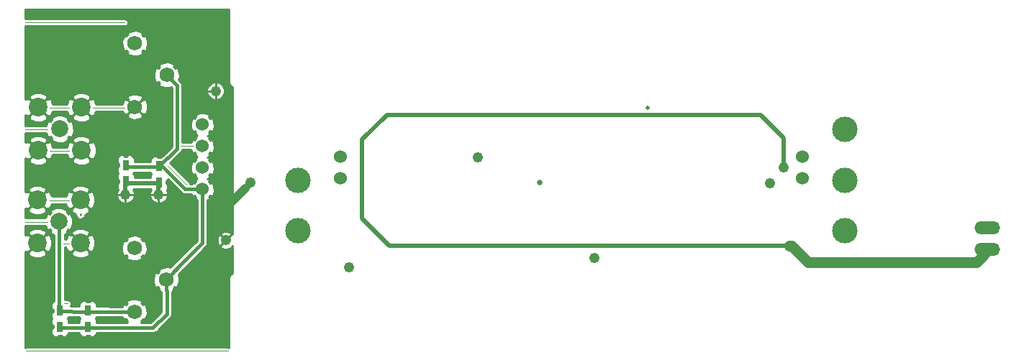
<source format=gbr>
G04 #@! TF.FileFunction,Copper,L6,Bot,Signal*
%FSLAX46Y46*%
G04 Gerber Fmt 4.6, Leading zero omitted, Abs format (unit mm)*
G04 Created by KiCad (PCBNEW 4.0.6) date 05/23/18 19:53:49*
%MOMM*%
%LPD*%
G01*
G04 APERTURE LIST*
%ADD10C,0.100000*%
%ADD11C,1.524000*%
%ADD12C,2.200000*%
%ADD13C,2.000000*%
%ADD14C,1.750000*%
%ADD15R,0.750000X1.200000*%
%ADD16O,3.010000X1.510000*%
%ADD17C,0.508000*%
%ADD18C,1.219200*%
%ADD19C,0.650010*%
%ADD20C,2.999990*%
%ADD21C,0.250000*%
%ADD22C,1.000000*%
%ADD23C,0.381000*%
%ADD24C,0.750000*%
%ADD25C,0.500000*%
%ADD26C,0.254000*%
%ADD27C,1.270000*%
G04 APERTURE END LIST*
D10*
D11*
X21336000Y24638000D03*
X21336000Y27178000D03*
X21336000Y19558000D03*
X21336000Y22098000D03*
D12*
X2032000Y24130000D03*
X2032000Y29210000D03*
X7112000Y29210000D03*
X7112000Y24130000D03*
D13*
X4572000Y26670000D03*
D14*
X13395000Y36770000D03*
X13395000Y29270000D03*
X17145000Y33020000D03*
D12*
X1905000Y13208000D03*
X1905000Y18288000D03*
X6985000Y18288000D03*
X6985000Y13208000D03*
D13*
X4445000Y15748000D03*
D11*
X37592000Y20828000D03*
X37592000Y23368000D03*
D15*
X16256000Y22286000D03*
X16256000Y20386000D03*
X12319000Y22413000D03*
X12319000Y20513000D03*
X7874000Y5268000D03*
X7874000Y3368000D03*
X4572000Y5268000D03*
X4572000Y3368000D03*
D16*
X113665000Y12446000D03*
X113665000Y14986000D03*
D11*
X91948000Y20828000D03*
X91948000Y23368000D03*
D14*
X13335000Y12640000D03*
X13335000Y5140000D03*
X17085000Y8890000D03*
D17*
X73704700Y29164030D03*
D18*
X12299950Y18949920D03*
X16199870Y18949920D03*
X24100030Y13549880D03*
X22900130Y31150050D03*
X53710080Y23360130D03*
D19*
X61000130Y20400010D03*
D18*
X27010110Y20360130D03*
X67444620Y11487400D03*
X38623750Y10348210D03*
D20*
X32599880Y20649950D03*
X96899980Y20649950D03*
X96899980Y26649930D03*
X96899980Y14649960D03*
D18*
X89696040Y22130000D03*
X88141050Y20278600D03*
D20*
X32599880Y14649960D03*
D21*
X22900130Y31150050D02*
X22900130Y32012154D01*
X22900130Y32012154D02*
X22987000Y32099024D01*
X22900130Y31150050D02*
X22900130Y29631130D01*
X22900130Y31150050D02*
X22038026Y31150050D01*
X22038026Y31150050D02*
X21971000Y31083024D01*
X13395000Y29270000D02*
X12520001Y30144999D01*
X12520001Y30144999D02*
X12520001Y30151999D01*
X13395000Y29270000D02*
X14269999Y30144999D01*
X14269999Y30144999D02*
X14269999Y30271999D01*
X13395000Y29270000D02*
X14269999Y28395001D01*
X14269999Y28395001D02*
X15038999Y28395001D01*
X13395000Y29270000D02*
X12520001Y28395001D01*
X12520001Y28395001D02*
X12520001Y28141001D01*
X7112000Y29210000D02*
X5588000Y30734000D01*
X7112000Y29210000D02*
X8509000Y30607000D01*
X7112000Y29210000D02*
X8382000Y27940000D01*
X7112000Y29210000D02*
X5842000Y27940000D01*
X2032000Y29210000D02*
X3131999Y28110001D01*
X3131999Y28110001D02*
X3385999Y28110001D01*
X2032000Y29210000D02*
X762000Y27940000D01*
X2032000Y29210000D02*
X635000Y30607000D01*
X2032000Y29210000D02*
X3131999Y30309999D01*
X3131999Y30309999D02*
X3131999Y30563999D01*
X2032000Y24130000D02*
X932001Y25229999D01*
X2032000Y24130000D02*
X3302000Y25400000D01*
X2032000Y24130000D02*
X889000Y22987000D01*
X2032000Y24130000D02*
X3131999Y23030001D01*
X3131999Y23030001D02*
X3385999Y23030001D01*
X7112000Y24130000D02*
X5588000Y22606000D01*
X7112000Y24130000D02*
X6012001Y25229999D01*
X6012001Y25229999D02*
X5758001Y25229999D01*
X7112000Y24130000D02*
X8509000Y25527000D01*
X7112000Y24130000D02*
X8211999Y23030001D01*
X8211999Y23030001D02*
X8592999Y23030001D01*
X12299950Y18949920D02*
X11437846Y18949920D01*
X11437846Y18949920D02*
X11410926Y18923000D01*
X12299950Y18949920D02*
X12299950Y18087816D01*
X12299950Y18087816D02*
X12192000Y17979866D01*
X12299950Y18949920D02*
X13162054Y18949920D01*
X13162054Y18949920D02*
X13188974Y18923000D01*
X16199870Y18949920D02*
X15012920Y18949920D01*
X16199870Y18949920D02*
X17499080Y18949920D01*
X16199870Y18949920D02*
X16199870Y18087816D01*
X16199870Y18087816D02*
X16256000Y18031686D01*
X6985000Y18288000D02*
X5885001Y19387999D01*
X5885001Y19387999D02*
X5758001Y19387999D01*
X6985000Y18288000D02*
X5842000Y17145000D01*
X6985000Y18288000D02*
X8084999Y17188001D01*
X8084999Y17188001D02*
X8846999Y17188001D01*
X6985000Y18288000D02*
X8084999Y19387999D01*
X8084999Y19387999D02*
X8084999Y19514999D01*
X1905000Y18288000D02*
X635000Y19558000D01*
X1905000Y18288000D02*
X3683000Y20066000D01*
X1905000Y18288000D02*
X762000Y17145000D01*
X1905000Y18288000D02*
X3048000Y17145000D01*
X1905000Y13208000D02*
X762000Y12065000D01*
X1905000Y13208000D02*
X635000Y14478000D01*
X1905000Y13208000D02*
X3048000Y14351000D01*
X1905000Y13208000D02*
X3175000Y11938000D01*
X6985000Y13208000D02*
X5842000Y12065000D01*
X6985000Y13208000D02*
X5885001Y14307999D01*
X5885001Y14307999D02*
X5631001Y14307999D01*
X6985000Y13208000D02*
X8509000Y14732000D01*
X6985000Y13208000D02*
X8084999Y12108001D01*
X8084999Y12108001D02*
X8465999Y12108001D01*
X24100030Y13549880D02*
X24709629Y14159479D01*
X24709629Y14159479D02*
X24709629Y14676629D01*
X24100030Y13549880D02*
X22742150Y12192000D01*
X23490431Y14159479D02*
X24100030Y13549880D01*
X23490431Y14159479D02*
X23305521Y14159479D01*
D22*
X26400511Y19669511D02*
X24130000Y17399000D01*
D21*
X26400511Y19750531D02*
X26400511Y19669511D01*
D23*
X18358100Y29194000D02*
X18358100Y31806900D01*
X18358100Y31806900D02*
X17145000Y33020000D01*
X18238980Y10155940D02*
X18497040Y10414000D01*
X18497040Y10414000D02*
X21332950Y13249910D01*
X17085000Y8890000D02*
X17959999Y9764999D01*
X17959999Y9764999D02*
X17959999Y9876959D01*
X17959999Y9876959D02*
X18497040Y10414000D01*
X17145000Y7592564D02*
X17145000Y4895090D01*
X17145000Y4895090D02*
X15490440Y3240530D01*
X17085000Y8890000D02*
X17085000Y7652564D01*
D21*
X17085000Y7652564D02*
X17145000Y7592564D01*
X15490440Y3240530D02*
X15686530Y3240530D01*
D24*
X27010110Y20360130D02*
X26400511Y19750531D01*
D21*
X26400511Y19750531D02*
X26354531Y19750531D01*
X7039860Y16637663D02*
X6985000Y16582803D01*
X43109900Y28349960D02*
X43081960Y28349960D01*
D25*
X43081960Y28349960D02*
X40132000Y25400000D01*
X40132000Y25400000D02*
X40132000Y16124940D01*
X40132000Y16124940D02*
X43307000Y12949940D01*
X90403430Y12949940D02*
X43307000Y12949940D01*
X43109900Y28349960D02*
X86995000Y28349960D01*
X89696040Y25648920D02*
X86995000Y28349960D01*
X89696040Y22130000D02*
X89696040Y25648920D01*
D26*
X15564870Y20297390D02*
X15056870Y20297390D01*
X12934950Y20297390D02*
X13442950Y20297390D01*
D10*
X5644640Y24106630D02*
X3409440Y24106630D01*
X5644640Y29186630D02*
X3409440Y29186630D01*
X24390350Y508000D02*
X609600Y508000D01*
X3077720Y15743680D02*
X508000Y15743680D01*
X5617720Y18283680D02*
X3382260Y18283680D01*
X3104640Y26646630D02*
X508000Y26646630D01*
X12179050Y39215570D02*
X508000Y39215570D01*
X5516370Y6097520D02*
X5045960Y6097520D01*
X5617720Y13203680D02*
X4944360Y13203680D01*
X12179550Y29186630D02*
X8489440Y29186630D01*
X17437100Y22141690D02*
X17246350Y22331170D01*
X19470120Y20122130D02*
X17424400Y22154390D01*
X20316700Y24681690D02*
X18802600Y24681690D01*
D26*
X15564870Y20297390D02*
X15056870Y20297390D01*
X12934950Y20297390D02*
X13442950Y20297390D01*
D25*
X16199870Y20297390D02*
X12299950Y20297390D01*
X12299950Y20297390D02*
X12299950Y18949920D01*
X16199870Y20297390D02*
X16199870Y18949920D01*
D27*
X113899950Y12469620D02*
X112394240Y10963910D01*
X112394240Y10963910D02*
X92609920Y10963910D01*
X92609920Y10963910D02*
X90623900Y12949940D01*
X90623900Y12949940D02*
X90403430Y12949940D01*
D23*
X4499860Y3290570D02*
X7658100Y3240530D01*
X16199870Y22202390D02*
X12299950Y22202390D01*
X18358100Y29194000D02*
X18358100Y24360630D01*
X18358100Y24360630D02*
X16199870Y22202390D01*
X7658100Y3240530D02*
X14500100Y3240530D01*
X14500100Y3240530D02*
X15490440Y3240530D01*
X18200120Y10066020D02*
X18238980Y10105140D01*
X21332950Y19608040D02*
X19599660Y19591020D01*
X19599660Y19591020D02*
X19299940Y19591020D01*
X19299940Y19591020D02*
X16688560Y22202390D01*
X16688560Y22202390D02*
X16199870Y22202390D01*
X18238980Y10105140D02*
X18238980Y10155940D01*
X21332950Y13249910D02*
X21332950Y19608040D01*
X4499860Y5195570D02*
X7658100Y5145530D01*
X7658100Y5145530D02*
X13238990Y5104890D01*
X4499860Y15750030D02*
X4499860Y5195570D01*
D26*
G36*
X24471350Y32150050D02*
X24511587Y31947764D01*
X24626173Y31776273D01*
X24797664Y31661687D01*
X24892000Y31642922D01*
X24892000Y14223781D01*
X24687983Y14428154D01*
X24307127Y14586299D01*
X23894742Y14586659D01*
X23513610Y14429179D01*
X23221756Y14137833D01*
X23063611Y13756977D01*
X23063251Y13344592D01*
X23220731Y12963460D01*
X23512077Y12671606D01*
X23892933Y12513461D01*
X24305318Y12513101D01*
X24686450Y12670581D01*
X24892000Y12875773D01*
X24892000Y9657228D01*
X24797664Y9638463D01*
X24626173Y9523877D01*
X24511587Y9352386D01*
X24471350Y9150100D01*
X24471350Y918888D01*
X24390350Y935000D01*
X609600Y935000D01*
X528600Y918888D01*
X528600Y12223356D01*
X680132Y12162737D01*
X735523Y12218128D01*
X914971Y12038366D01*
X859737Y11983132D01*
X970641Y11705901D01*
X1616593Y11462677D01*
X2306453Y11485164D01*
X2839359Y11705901D01*
X2950263Y11983132D01*
X2894872Y12038523D01*
X3074634Y12217971D01*
X3129868Y12162737D01*
X3407099Y12273641D01*
X3650323Y12919593D01*
X3627836Y13609453D01*
X3407099Y14142359D01*
X3129868Y14253263D01*
X3074477Y14197872D01*
X2895029Y14377634D01*
X2950263Y14432868D01*
X2839359Y14710099D01*
X2193407Y14953323D01*
X1503547Y14930836D01*
X970641Y14710099D01*
X859737Y14432868D01*
X915128Y14377477D01*
X735366Y14198029D01*
X680132Y14253263D01*
X528600Y14192644D01*
X528600Y15316680D01*
X2842140Y15316680D01*
X3025613Y14873736D01*
X3292468Y14775073D01*
X3346234Y14828839D01*
X3525682Y14649077D01*
X3472073Y14595468D01*
X3570736Y14328613D01*
X3882360Y14212841D01*
X3882360Y6424991D01*
X3837301Y6406327D01*
X3658673Y6227698D01*
X3562000Y5994309D01*
X3562000Y5553750D01*
X3720750Y5395000D01*
X3761635Y5395000D01*
X3761635Y5141000D01*
X3720750Y5141000D01*
X3562000Y4982250D01*
X3562000Y4541691D01*
X3654656Y4318000D01*
X3562000Y4094309D01*
X3562000Y3653750D01*
X3720750Y3495000D01*
X3761635Y3495000D01*
X3761635Y3241000D01*
X3720750Y3241000D01*
X3562000Y3082250D01*
X3562000Y2641691D01*
X3658673Y2408302D01*
X3837301Y2229673D01*
X4070690Y2133000D01*
X4286250Y2133000D01*
X4445000Y2291750D01*
X4445000Y2332635D01*
X4699000Y2332635D01*
X4699000Y2291750D01*
X4857750Y2133000D01*
X5073310Y2133000D01*
X5306699Y2229673D01*
X5485327Y2408302D01*
X5582000Y2641691D01*
X5582000Y2655847D01*
X6866567Y2635494D01*
X6960673Y2408302D01*
X7139301Y2229673D01*
X7372690Y2133000D01*
X7588250Y2133000D01*
X7747000Y2291750D01*
X7747000Y2332635D01*
X8001000Y2332635D01*
X8001000Y2291750D01*
X8159750Y2133000D01*
X8375310Y2133000D01*
X8608699Y2229673D01*
X8787327Y2408302D01*
X8876270Y2623030D01*
X15490440Y2623030D01*
X15726747Y2670034D01*
X15783208Y2707760D01*
X15897771Y2730548D01*
X16076853Y2850207D01*
X16196512Y3029289D01*
X16207446Y3084260D01*
X17581638Y4458451D01*
X17715496Y4658783D01*
X17726098Y4712083D01*
X17762500Y4895090D01*
X17762500Y7523672D01*
X17884116Y7574047D01*
X17967455Y7827940D01*
X17915773Y7879622D01*
X18095535Y8059070D01*
X18147060Y8007545D01*
X18400953Y8090884D01*
X18606590Y8655306D01*
X18580579Y9255458D01*
X18491547Y9470402D01*
X18530495Y9528691D01*
X18537305Y9562928D01*
X18638212Y9630840D01*
X18677071Y9669959D01*
X18743108Y9769507D01*
X18777914Y9821597D01*
X18933679Y9977362D01*
X18933681Y9977365D01*
X21769588Y12813271D01*
X21903446Y13013602D01*
X21941254Y13203680D01*
X21950450Y13249910D01*
X21950450Y18287267D01*
X22067143Y18335603D01*
X22136608Y18577787D01*
X22086870Y18627525D01*
X22266631Y18806974D01*
X22316213Y18757392D01*
X22558397Y18826857D01*
X22745144Y19350302D01*
X22717362Y19905368D01*
X22558397Y20289143D01*
X22316213Y20358608D01*
X22266475Y20308870D01*
X22087026Y20488631D01*
X22136608Y20538213D01*
X22067143Y20780397D01*
X21943656Y20824453D01*
X22067143Y20875603D01*
X22136608Y21117787D01*
X22086870Y21167525D01*
X22266631Y21346974D01*
X22316213Y21297392D01*
X22558397Y21366857D01*
X22745144Y21890302D01*
X22717362Y22445368D01*
X22558397Y22829143D01*
X22316213Y22898608D01*
X22266475Y22848870D01*
X22087026Y23028631D01*
X22136608Y23078213D01*
X22067143Y23320397D01*
X21943656Y23364453D01*
X22067143Y23415603D01*
X22136608Y23657787D01*
X22086870Y23707525D01*
X22266631Y23886974D01*
X22316213Y23837392D01*
X22558397Y23906857D01*
X22745144Y24430302D01*
X22717362Y24985368D01*
X22558397Y25369143D01*
X22316213Y25438608D01*
X22266475Y25388870D01*
X22087026Y25568631D01*
X22136608Y25618213D01*
X22067143Y25860397D01*
X21943656Y25904453D01*
X22067143Y25955603D01*
X22136608Y26197787D01*
X22086870Y26247525D01*
X22266631Y26426974D01*
X22316213Y26377392D01*
X22558397Y26446857D01*
X22745144Y26970302D01*
X22717362Y27525368D01*
X22558397Y27909143D01*
X22316213Y27978608D01*
X22266475Y27928870D01*
X22087026Y28108631D01*
X22136608Y28158213D01*
X22067143Y28400397D01*
X21543698Y28587144D01*
X20988632Y28559362D01*
X20604857Y28400397D01*
X20535392Y28158213D01*
X20585130Y28108475D01*
X20405369Y27929026D01*
X20355787Y27978608D01*
X20113603Y27909143D01*
X19926856Y27385698D01*
X19954638Y26830632D01*
X20113603Y26446857D01*
X20355787Y26377392D01*
X20405525Y26427130D01*
X20584974Y26247369D01*
X20535392Y26197787D01*
X20604857Y25955603D01*
X20728344Y25911547D01*
X20604857Y25860397D01*
X20535392Y25618213D01*
X20585130Y25568475D01*
X20405369Y25389026D01*
X20355787Y25438608D01*
X20113603Y25369143D01*
X20020682Y25108690D01*
X18975600Y25108690D01*
X18975600Y30944762D01*
X21863351Y30944762D01*
X22020831Y30563630D01*
X22312177Y30271776D01*
X22693033Y30113631D01*
X23105418Y30113271D01*
X23486550Y30270751D01*
X23778404Y30562097D01*
X23936549Y30942953D01*
X23936909Y31355338D01*
X23779429Y31736470D01*
X23488083Y32028324D01*
X23107227Y32186469D01*
X22694842Y32186829D01*
X22313710Y32029349D01*
X22021856Y31738003D01*
X21863711Y31357147D01*
X21863351Y30944762D01*
X18975600Y30944762D01*
X18975600Y31806900D01*
X18936394Y32004002D01*
X18928596Y32043208D01*
X18794738Y32243539D01*
X18556137Y32482140D01*
X18666590Y32785306D01*
X18640579Y33385458D01*
X18460953Y33819116D01*
X18207060Y33902455D01*
X18155378Y33850773D01*
X17975930Y34030535D01*
X18027455Y34082060D01*
X17944116Y34335953D01*
X17379694Y34541590D01*
X16779542Y34515579D01*
X16345884Y34335953D01*
X16262545Y34082060D01*
X16314227Y34030378D01*
X16134465Y33850930D01*
X16082940Y33902455D01*
X15829047Y33819116D01*
X15623410Y33254694D01*
X15649421Y32654542D01*
X15829047Y32220884D01*
X16082940Y32137545D01*
X16134622Y32189227D01*
X16314070Y32009465D01*
X16262545Y31957940D01*
X16345884Y31704047D01*
X16910306Y31498410D01*
X17510458Y31524421D01*
X17692075Y31599649D01*
X17740600Y31551123D01*
X17740600Y24616406D01*
X16645200Y23521000D01*
X16541750Y23521000D01*
X16383000Y23362250D01*
X16383000Y23321365D01*
X16129000Y23321365D01*
X16129000Y23362250D01*
X15970250Y23521000D01*
X15754690Y23521000D01*
X15521301Y23424327D01*
X15342673Y23245698D01*
X15246000Y23012309D01*
X15246000Y22819890D01*
X13329000Y22819890D01*
X13329000Y23139309D01*
X13232327Y23372698D01*
X13053699Y23551327D01*
X12820310Y23648000D01*
X12604750Y23648000D01*
X12446000Y23489250D01*
X12446000Y23448365D01*
X12192000Y23448365D01*
X12192000Y23489250D01*
X12033250Y23648000D01*
X11817690Y23648000D01*
X11584301Y23551327D01*
X11405673Y23372698D01*
X11309000Y23139309D01*
X11309000Y22698750D01*
X11467750Y22540000D01*
X11508635Y22540000D01*
X11508635Y22286000D01*
X11467750Y22286000D01*
X11309000Y22127250D01*
X11309000Y21686691D01*
X11401656Y21463000D01*
X11309000Y21239309D01*
X11309000Y20798750D01*
X11467750Y20640000D01*
X11508635Y20640000D01*
X11508635Y20386000D01*
X11467750Y20386000D01*
X11309000Y20227250D01*
X11309000Y19786691D01*
X11405673Y19553302D01*
X11421508Y19537467D01*
X11263531Y19157017D01*
X11263171Y18744632D01*
X11420651Y18363500D01*
X11711997Y18071646D01*
X12092853Y17913501D01*
X12505238Y17913141D01*
X12886370Y18070621D01*
X13178224Y18361967D01*
X13336369Y18742823D01*
X13336729Y19155208D01*
X13189809Y19510783D01*
X13232327Y19553302D01*
X13260116Y19620390D01*
X15262279Y19620390D01*
X15309012Y19507567D01*
X15163451Y19157017D01*
X15163091Y18744632D01*
X15320571Y18363500D01*
X15611917Y18071646D01*
X15992773Y17913501D01*
X16405158Y17913141D01*
X16786290Y18070621D01*
X17078144Y18361967D01*
X17236289Y18742823D01*
X17236649Y19155208D01*
X17137703Y19394677D01*
X17169327Y19426302D01*
X17266000Y19659691D01*
X17266000Y20100250D01*
X17107250Y20259000D01*
X17066365Y20259000D01*
X17066365Y20513000D01*
X17107250Y20513000D01*
X17266000Y20671750D01*
X17266000Y20751677D01*
X18863302Y19154381D01*
X18983392Y19074140D01*
X19063633Y19020524D01*
X19299940Y18973520D01*
X19599660Y18973520D01*
X19602689Y18974123D01*
X19605723Y18973550D01*
X20051029Y18977923D01*
X20113603Y18826857D01*
X20355787Y18757392D01*
X20405525Y18807130D01*
X20584974Y18627369D01*
X20535392Y18577787D01*
X20604857Y18335603D01*
X20715450Y18296147D01*
X20715450Y13505687D01*
X18060405Y10850641D01*
X18060402Y10850639D01*
X17540799Y10331035D01*
X17319694Y10411590D01*
X16719542Y10385579D01*
X16285884Y10205953D01*
X16202545Y9952060D01*
X16254227Y9900378D01*
X16074465Y9720930D01*
X16022940Y9772455D01*
X15769047Y9689116D01*
X15563410Y9124694D01*
X15589421Y8524542D01*
X15769047Y8090884D01*
X16022940Y8007545D01*
X16074622Y8059227D01*
X16254070Y7879465D01*
X16202545Y7827940D01*
X16285884Y7574047D01*
X16498528Y7496574D01*
X16514504Y7416257D01*
X16527500Y7396807D01*
X16527500Y5150867D01*
X15234664Y3858030D01*
X14145271Y3858030D01*
X14217455Y4077940D01*
X14165773Y4129622D01*
X14345535Y4309070D01*
X14397060Y4257545D01*
X14650953Y4340884D01*
X14856590Y4905306D01*
X14830579Y5505458D01*
X14650953Y5939116D01*
X14397060Y6022455D01*
X14345378Y5970773D01*
X14165930Y6150535D01*
X14217455Y6202060D01*
X14134116Y6455953D01*
X13569694Y6661590D01*
X12969542Y6635579D01*
X12535884Y6455953D01*
X12452545Y6202060D01*
X12504227Y6150378D01*
X12324465Y5970930D01*
X12272940Y6022455D01*
X12019047Y5939116D01*
X11943530Y5731840D01*
X8884000Y5754120D01*
X8884000Y5994309D01*
X8787327Y6227698D01*
X8608699Y6406327D01*
X8375310Y6503000D01*
X8159750Y6503000D01*
X8001000Y6344250D01*
X8001000Y6303365D01*
X7747000Y6303365D01*
X7747000Y6344250D01*
X7588250Y6503000D01*
X7372690Y6503000D01*
X7139301Y6406327D01*
X6960673Y6227698D01*
X6864000Y5994309D01*
X6864000Y5775690D01*
X5813441Y5792335D01*
X5818305Y5795585D01*
X5910867Y5934114D01*
X5943370Y6097520D01*
X5910867Y6260926D01*
X5818305Y6399455D01*
X5679776Y6492017D01*
X5516370Y6524520D01*
X5117360Y6524520D01*
X5117360Y12776680D01*
X5274535Y12776680D01*
X5482901Y12273641D01*
X5760132Y12162737D01*
X5815523Y12218128D01*
X5994971Y12038366D01*
X5939737Y11983132D01*
X6050641Y11705901D01*
X6696593Y11462677D01*
X7386453Y11485164D01*
X7919359Y11705901D01*
X8030263Y11983132D01*
X7974872Y12038523D01*
X8154634Y12217971D01*
X8209868Y12162737D01*
X8487099Y12273641D01*
X8713416Y12874694D01*
X11813410Y12874694D01*
X11839421Y12274542D01*
X12019047Y11840884D01*
X12272940Y11757545D01*
X12324622Y11809227D01*
X12504070Y11629465D01*
X12452545Y11577940D01*
X12535884Y11324047D01*
X13100306Y11118410D01*
X13700458Y11144421D01*
X14134116Y11324047D01*
X14217455Y11577940D01*
X14165773Y11629622D01*
X14345535Y11809070D01*
X14397060Y11757545D01*
X14650953Y11840884D01*
X14856590Y12405306D01*
X14830579Y13005458D01*
X14650953Y13439116D01*
X14397060Y13522455D01*
X14345378Y13470773D01*
X14165930Y13650535D01*
X14217455Y13702060D01*
X14134116Y13955953D01*
X13569694Y14161590D01*
X12969542Y14135579D01*
X12535884Y13955953D01*
X12452545Y13702060D01*
X12504227Y13650378D01*
X12324465Y13470930D01*
X12272940Y13522455D01*
X12019047Y13439116D01*
X11813410Y12874694D01*
X8713416Y12874694D01*
X8730323Y12919593D01*
X8707836Y13609453D01*
X8487099Y14142359D01*
X8209868Y14253263D01*
X8154477Y14197872D01*
X7975029Y14377634D01*
X8030263Y14432868D01*
X7919359Y14710099D01*
X7273407Y14953323D01*
X6583547Y14930836D01*
X6050641Y14710099D01*
X5939737Y14432868D01*
X5995128Y14377477D01*
X5815366Y14198029D01*
X5760132Y14253263D01*
X5482901Y14142359D01*
X5290236Y13630680D01*
X5117360Y13630680D01*
X5117360Y14244982D01*
X5319264Y14328613D01*
X5417927Y14595468D01*
X5364161Y14649234D01*
X5543923Y14828682D01*
X5597532Y14775073D01*
X5864387Y14873736D01*
X6090908Y15483461D01*
X6066856Y16133460D01*
X5864387Y16622264D01*
X5597532Y16720927D01*
X5543766Y16667161D01*
X5364318Y16846923D01*
X5417927Y16900532D01*
X5319264Y17167387D01*
X4709539Y17393908D01*
X4059540Y17369856D01*
X3570736Y17167387D01*
X3472073Y16900532D01*
X3525839Y16846766D01*
X3346077Y16667318D01*
X3292468Y16720927D01*
X3025613Y16622264D01*
X2857843Y16170680D01*
X528600Y16170680D01*
X528600Y17303356D01*
X680132Y17242737D01*
X735523Y17298128D01*
X914971Y17118366D01*
X859737Y17063132D01*
X970641Y16785901D01*
X1616593Y16542677D01*
X2306453Y16565164D01*
X2839359Y16785901D01*
X2950263Y17063132D01*
X2894872Y17118523D01*
X3074634Y17297971D01*
X3129868Y17242737D01*
X3407099Y17353641D01*
X3596511Y17856680D01*
X5274535Y17856680D01*
X5482901Y17353641D01*
X5760132Y17242737D01*
X5815523Y17298128D01*
X5994971Y17118366D01*
X5939737Y17063132D01*
X6050641Y16785901D01*
X6443941Y16637809D01*
X6433000Y16582803D01*
X6475018Y16371561D01*
X6594677Y16192480D01*
X6773758Y16072821D01*
X6985000Y16030803D01*
X7196242Y16072821D01*
X7375323Y16192480D01*
X7430183Y16247340D01*
X7549842Y16426421D01*
X7591860Y16637663D01*
X7589548Y16649289D01*
X7919359Y16785901D01*
X8030263Y17063132D01*
X7974872Y17118523D01*
X8154634Y17297971D01*
X8209868Y17242737D01*
X8487099Y17353641D01*
X8730323Y17999593D01*
X8707836Y18689453D01*
X8487099Y19222359D01*
X8209868Y19333263D01*
X8154477Y19277872D01*
X7975029Y19457634D01*
X8030263Y19512868D01*
X7919359Y19790099D01*
X7273407Y20033323D01*
X6583547Y20010836D01*
X6050641Y19790099D01*
X5939737Y19512868D01*
X5995128Y19457477D01*
X5815366Y19278029D01*
X5760132Y19333263D01*
X5482901Y19222359D01*
X5290236Y18710680D01*
X3619043Y18710680D01*
X3407099Y19222359D01*
X3129868Y19333263D01*
X3074477Y19277872D01*
X2895029Y19457634D01*
X2950263Y19512868D01*
X2839359Y19790099D01*
X2193407Y20033323D01*
X1503547Y20010836D01*
X970641Y19790099D01*
X859737Y19512868D01*
X915128Y19457477D01*
X735366Y19278029D01*
X680132Y19333263D01*
X528600Y19272644D01*
X528600Y23198782D01*
X529901Y23195641D01*
X807132Y23084737D01*
X862523Y23140128D01*
X1041971Y22960366D01*
X986737Y22905132D01*
X1097641Y22627901D01*
X1743593Y22384677D01*
X2433453Y22407164D01*
X2966359Y22627901D01*
X3077263Y22905132D01*
X3021872Y22960523D01*
X3201634Y23139971D01*
X3256868Y23084737D01*
X3534099Y23195641D01*
X3716338Y23679630D01*
X5409426Y23679630D01*
X5609901Y23195641D01*
X5887132Y23084737D01*
X5942523Y23140128D01*
X6121971Y22960366D01*
X6066737Y22905132D01*
X6177641Y22627901D01*
X6823593Y22384677D01*
X7513453Y22407164D01*
X8046359Y22627901D01*
X8157263Y22905132D01*
X8101872Y22960523D01*
X8281634Y23139971D01*
X8336868Y23084737D01*
X8614099Y23195641D01*
X8857323Y23841593D01*
X8834836Y24531453D01*
X8614099Y25064359D01*
X8336868Y25175263D01*
X8281477Y25119872D01*
X8102029Y25299634D01*
X8157263Y25354868D01*
X8046359Y25632099D01*
X7400407Y25875323D01*
X6710547Y25852836D01*
X6177641Y25632099D01*
X6066737Y25354868D01*
X6122128Y25299477D01*
X5942366Y25120029D01*
X5887132Y25175263D01*
X5609901Y25064359D01*
X5410063Y24533630D01*
X3753934Y24533630D01*
X3534099Y25064359D01*
X3256868Y25175263D01*
X3201477Y25119872D01*
X3022029Y25299634D01*
X3077263Y25354868D01*
X2966359Y25632099D01*
X2320407Y25875323D01*
X1630547Y25852836D01*
X1097641Y25632099D01*
X986737Y25354868D01*
X1042128Y25299477D01*
X862366Y25120029D01*
X807132Y25175263D01*
X529901Y25064359D01*
X528600Y25060904D01*
X528600Y26219630D01*
X2977031Y26219630D01*
X3152613Y25795736D01*
X3419468Y25697073D01*
X3473234Y25750839D01*
X3652682Y25571077D01*
X3599073Y25517468D01*
X3697736Y25250613D01*
X4307461Y25024092D01*
X4957460Y25048144D01*
X5446264Y25250613D01*
X5544927Y25517468D01*
X5491161Y25571234D01*
X5670923Y25750682D01*
X5724532Y25697073D01*
X5991387Y25795736D01*
X6217908Y26405461D01*
X6193856Y27055460D01*
X5991387Y27544264D01*
X5724532Y27642927D01*
X5670766Y27589161D01*
X5491318Y27768923D01*
X5544927Y27822532D01*
X5446264Y28089387D01*
X4836539Y28315908D01*
X4186540Y28291856D01*
X3697736Y28089387D01*
X3599073Y27822532D01*
X3652839Y27768766D01*
X3473077Y27589318D01*
X3419468Y27642927D01*
X3152613Y27544264D01*
X2977766Y27073630D01*
X528600Y27073630D01*
X528600Y28278782D01*
X529901Y28275641D01*
X807132Y28164737D01*
X862523Y28220128D01*
X1041971Y28040366D01*
X986737Y27985132D01*
X1097641Y27707901D01*
X1743593Y27464677D01*
X2433453Y27487164D01*
X2966359Y27707901D01*
X3077263Y27985132D01*
X3021872Y28040523D01*
X3201634Y28219971D01*
X3256868Y28164737D01*
X3534099Y28275641D01*
X3716338Y28759630D01*
X5409426Y28759630D01*
X5609901Y28275641D01*
X5887132Y28164737D01*
X5942523Y28220128D01*
X6121971Y28040366D01*
X6066737Y27985132D01*
X6177641Y27707901D01*
X6823593Y27464677D01*
X7513453Y27487164D01*
X8046359Y27707901D01*
X8157263Y27985132D01*
X8101872Y28040523D01*
X8281634Y28219971D01*
X8336868Y28164737D01*
X8614099Y28275641D01*
X8796338Y28759630D01*
X11959445Y28759630D01*
X12079047Y28470884D01*
X12332940Y28387545D01*
X12384622Y28439227D01*
X12564070Y28259465D01*
X12512545Y28207940D01*
X12595884Y27954047D01*
X13160306Y27748410D01*
X13760458Y27774421D01*
X14194116Y27954047D01*
X14277455Y28207940D01*
X14225773Y28259622D01*
X14405535Y28439070D01*
X14457060Y28387545D01*
X14710953Y28470884D01*
X14916590Y29035306D01*
X14890579Y29635458D01*
X14710953Y30069116D01*
X14457060Y30152455D01*
X14405378Y30100773D01*
X14225930Y30280535D01*
X14277455Y30332060D01*
X14194116Y30585953D01*
X13629694Y30791590D01*
X13029542Y30765579D01*
X12595884Y30585953D01*
X12512545Y30332060D01*
X12564227Y30280378D01*
X12384465Y30100930D01*
X12332940Y30152455D01*
X12079047Y30069116D01*
X11913099Y29613630D01*
X8833934Y29613630D01*
X8614099Y30144359D01*
X8336868Y30255263D01*
X8281477Y30199872D01*
X8102029Y30379634D01*
X8157263Y30434868D01*
X8046359Y30712099D01*
X7400407Y30955323D01*
X6710547Y30932836D01*
X6177641Y30712099D01*
X6066737Y30434868D01*
X6122128Y30379477D01*
X5942366Y30200029D01*
X5887132Y30255263D01*
X5609901Y30144359D01*
X5410063Y29613630D01*
X3753934Y29613630D01*
X3534099Y30144359D01*
X3256868Y30255263D01*
X3201477Y30199872D01*
X3022029Y30379634D01*
X3077263Y30434868D01*
X2966359Y30712099D01*
X2320407Y30955323D01*
X1630547Y30932836D01*
X1097641Y30712099D01*
X986737Y30434868D01*
X1042128Y30379477D01*
X862366Y30200029D01*
X807132Y30255263D01*
X529901Y30144359D01*
X528600Y30140904D01*
X528600Y37004694D01*
X11873410Y37004694D01*
X11899421Y36404542D01*
X12079047Y35970884D01*
X12332940Y35887545D01*
X12384622Y35939227D01*
X12564070Y35759465D01*
X12512545Y35707940D01*
X12595884Y35454047D01*
X13160306Y35248410D01*
X13760458Y35274421D01*
X14194116Y35454047D01*
X14277455Y35707940D01*
X14225773Y35759622D01*
X14405535Y35939070D01*
X14457060Y35887545D01*
X14710953Y35970884D01*
X14916590Y36535306D01*
X14890579Y37135458D01*
X14710953Y37569116D01*
X14457060Y37652455D01*
X14405378Y37600773D01*
X14225930Y37780535D01*
X14277455Y37832060D01*
X14194116Y38085953D01*
X13629694Y38291590D01*
X13029542Y38265579D01*
X12595884Y38085953D01*
X12512545Y37832060D01*
X12564227Y37780378D01*
X12384465Y37600930D01*
X12332940Y37652455D01*
X12079047Y37569116D01*
X11873410Y37004694D01*
X528600Y37004694D01*
X528600Y38788570D01*
X12179050Y38788570D01*
X12342456Y38821073D01*
X12480985Y38913635D01*
X12573547Y39052164D01*
X12606050Y39215570D01*
X12573547Y39378976D01*
X12480985Y39517505D01*
X12342456Y39610067D01*
X12179050Y39642570D01*
X528600Y39642570D01*
X528600Y40771290D01*
X24471350Y40771290D01*
X24471350Y32150050D01*
X24471350Y32150050D01*
G37*
X24471350Y32150050D02*
X24511587Y31947764D01*
X24626173Y31776273D01*
X24797664Y31661687D01*
X24892000Y31642922D01*
X24892000Y14223781D01*
X24687983Y14428154D01*
X24307127Y14586299D01*
X23894742Y14586659D01*
X23513610Y14429179D01*
X23221756Y14137833D01*
X23063611Y13756977D01*
X23063251Y13344592D01*
X23220731Y12963460D01*
X23512077Y12671606D01*
X23892933Y12513461D01*
X24305318Y12513101D01*
X24686450Y12670581D01*
X24892000Y12875773D01*
X24892000Y9657228D01*
X24797664Y9638463D01*
X24626173Y9523877D01*
X24511587Y9352386D01*
X24471350Y9150100D01*
X24471350Y918888D01*
X24390350Y935000D01*
X609600Y935000D01*
X528600Y918888D01*
X528600Y12223356D01*
X680132Y12162737D01*
X735523Y12218128D01*
X914971Y12038366D01*
X859737Y11983132D01*
X970641Y11705901D01*
X1616593Y11462677D01*
X2306453Y11485164D01*
X2839359Y11705901D01*
X2950263Y11983132D01*
X2894872Y12038523D01*
X3074634Y12217971D01*
X3129868Y12162737D01*
X3407099Y12273641D01*
X3650323Y12919593D01*
X3627836Y13609453D01*
X3407099Y14142359D01*
X3129868Y14253263D01*
X3074477Y14197872D01*
X2895029Y14377634D01*
X2950263Y14432868D01*
X2839359Y14710099D01*
X2193407Y14953323D01*
X1503547Y14930836D01*
X970641Y14710099D01*
X859737Y14432868D01*
X915128Y14377477D01*
X735366Y14198029D01*
X680132Y14253263D01*
X528600Y14192644D01*
X528600Y15316680D01*
X2842140Y15316680D01*
X3025613Y14873736D01*
X3292468Y14775073D01*
X3346234Y14828839D01*
X3525682Y14649077D01*
X3472073Y14595468D01*
X3570736Y14328613D01*
X3882360Y14212841D01*
X3882360Y6424991D01*
X3837301Y6406327D01*
X3658673Y6227698D01*
X3562000Y5994309D01*
X3562000Y5553750D01*
X3720750Y5395000D01*
X3761635Y5395000D01*
X3761635Y5141000D01*
X3720750Y5141000D01*
X3562000Y4982250D01*
X3562000Y4541691D01*
X3654656Y4318000D01*
X3562000Y4094309D01*
X3562000Y3653750D01*
X3720750Y3495000D01*
X3761635Y3495000D01*
X3761635Y3241000D01*
X3720750Y3241000D01*
X3562000Y3082250D01*
X3562000Y2641691D01*
X3658673Y2408302D01*
X3837301Y2229673D01*
X4070690Y2133000D01*
X4286250Y2133000D01*
X4445000Y2291750D01*
X4445000Y2332635D01*
X4699000Y2332635D01*
X4699000Y2291750D01*
X4857750Y2133000D01*
X5073310Y2133000D01*
X5306699Y2229673D01*
X5485327Y2408302D01*
X5582000Y2641691D01*
X5582000Y2655847D01*
X6866567Y2635494D01*
X6960673Y2408302D01*
X7139301Y2229673D01*
X7372690Y2133000D01*
X7588250Y2133000D01*
X7747000Y2291750D01*
X7747000Y2332635D01*
X8001000Y2332635D01*
X8001000Y2291750D01*
X8159750Y2133000D01*
X8375310Y2133000D01*
X8608699Y2229673D01*
X8787327Y2408302D01*
X8876270Y2623030D01*
X15490440Y2623030D01*
X15726747Y2670034D01*
X15783208Y2707760D01*
X15897771Y2730548D01*
X16076853Y2850207D01*
X16196512Y3029289D01*
X16207446Y3084260D01*
X17581638Y4458451D01*
X17715496Y4658783D01*
X17726098Y4712083D01*
X17762500Y4895090D01*
X17762500Y7523672D01*
X17884116Y7574047D01*
X17967455Y7827940D01*
X17915773Y7879622D01*
X18095535Y8059070D01*
X18147060Y8007545D01*
X18400953Y8090884D01*
X18606590Y8655306D01*
X18580579Y9255458D01*
X18491547Y9470402D01*
X18530495Y9528691D01*
X18537305Y9562928D01*
X18638212Y9630840D01*
X18677071Y9669959D01*
X18743108Y9769507D01*
X18777914Y9821597D01*
X18933679Y9977362D01*
X18933681Y9977365D01*
X21769588Y12813271D01*
X21903446Y13013602D01*
X21941254Y13203680D01*
X21950450Y13249910D01*
X21950450Y18287267D01*
X22067143Y18335603D01*
X22136608Y18577787D01*
X22086870Y18627525D01*
X22266631Y18806974D01*
X22316213Y18757392D01*
X22558397Y18826857D01*
X22745144Y19350302D01*
X22717362Y19905368D01*
X22558397Y20289143D01*
X22316213Y20358608D01*
X22266475Y20308870D01*
X22087026Y20488631D01*
X22136608Y20538213D01*
X22067143Y20780397D01*
X21943656Y20824453D01*
X22067143Y20875603D01*
X22136608Y21117787D01*
X22086870Y21167525D01*
X22266631Y21346974D01*
X22316213Y21297392D01*
X22558397Y21366857D01*
X22745144Y21890302D01*
X22717362Y22445368D01*
X22558397Y22829143D01*
X22316213Y22898608D01*
X22266475Y22848870D01*
X22087026Y23028631D01*
X22136608Y23078213D01*
X22067143Y23320397D01*
X21943656Y23364453D01*
X22067143Y23415603D01*
X22136608Y23657787D01*
X22086870Y23707525D01*
X22266631Y23886974D01*
X22316213Y23837392D01*
X22558397Y23906857D01*
X22745144Y24430302D01*
X22717362Y24985368D01*
X22558397Y25369143D01*
X22316213Y25438608D01*
X22266475Y25388870D01*
X22087026Y25568631D01*
X22136608Y25618213D01*
X22067143Y25860397D01*
X21943656Y25904453D01*
X22067143Y25955603D01*
X22136608Y26197787D01*
X22086870Y26247525D01*
X22266631Y26426974D01*
X22316213Y26377392D01*
X22558397Y26446857D01*
X22745144Y26970302D01*
X22717362Y27525368D01*
X22558397Y27909143D01*
X22316213Y27978608D01*
X22266475Y27928870D01*
X22087026Y28108631D01*
X22136608Y28158213D01*
X22067143Y28400397D01*
X21543698Y28587144D01*
X20988632Y28559362D01*
X20604857Y28400397D01*
X20535392Y28158213D01*
X20585130Y28108475D01*
X20405369Y27929026D01*
X20355787Y27978608D01*
X20113603Y27909143D01*
X19926856Y27385698D01*
X19954638Y26830632D01*
X20113603Y26446857D01*
X20355787Y26377392D01*
X20405525Y26427130D01*
X20584974Y26247369D01*
X20535392Y26197787D01*
X20604857Y25955603D01*
X20728344Y25911547D01*
X20604857Y25860397D01*
X20535392Y25618213D01*
X20585130Y25568475D01*
X20405369Y25389026D01*
X20355787Y25438608D01*
X20113603Y25369143D01*
X20020682Y25108690D01*
X18975600Y25108690D01*
X18975600Y30944762D01*
X21863351Y30944762D01*
X22020831Y30563630D01*
X22312177Y30271776D01*
X22693033Y30113631D01*
X23105418Y30113271D01*
X23486550Y30270751D01*
X23778404Y30562097D01*
X23936549Y30942953D01*
X23936909Y31355338D01*
X23779429Y31736470D01*
X23488083Y32028324D01*
X23107227Y32186469D01*
X22694842Y32186829D01*
X22313710Y32029349D01*
X22021856Y31738003D01*
X21863711Y31357147D01*
X21863351Y30944762D01*
X18975600Y30944762D01*
X18975600Y31806900D01*
X18936394Y32004002D01*
X18928596Y32043208D01*
X18794738Y32243539D01*
X18556137Y32482140D01*
X18666590Y32785306D01*
X18640579Y33385458D01*
X18460953Y33819116D01*
X18207060Y33902455D01*
X18155378Y33850773D01*
X17975930Y34030535D01*
X18027455Y34082060D01*
X17944116Y34335953D01*
X17379694Y34541590D01*
X16779542Y34515579D01*
X16345884Y34335953D01*
X16262545Y34082060D01*
X16314227Y34030378D01*
X16134465Y33850930D01*
X16082940Y33902455D01*
X15829047Y33819116D01*
X15623410Y33254694D01*
X15649421Y32654542D01*
X15829047Y32220884D01*
X16082940Y32137545D01*
X16134622Y32189227D01*
X16314070Y32009465D01*
X16262545Y31957940D01*
X16345884Y31704047D01*
X16910306Y31498410D01*
X17510458Y31524421D01*
X17692075Y31599649D01*
X17740600Y31551123D01*
X17740600Y24616406D01*
X16645200Y23521000D01*
X16541750Y23521000D01*
X16383000Y23362250D01*
X16383000Y23321365D01*
X16129000Y23321365D01*
X16129000Y23362250D01*
X15970250Y23521000D01*
X15754690Y23521000D01*
X15521301Y23424327D01*
X15342673Y23245698D01*
X15246000Y23012309D01*
X15246000Y22819890D01*
X13329000Y22819890D01*
X13329000Y23139309D01*
X13232327Y23372698D01*
X13053699Y23551327D01*
X12820310Y23648000D01*
X12604750Y23648000D01*
X12446000Y23489250D01*
X12446000Y23448365D01*
X12192000Y23448365D01*
X12192000Y23489250D01*
X12033250Y23648000D01*
X11817690Y23648000D01*
X11584301Y23551327D01*
X11405673Y23372698D01*
X11309000Y23139309D01*
X11309000Y22698750D01*
X11467750Y22540000D01*
X11508635Y22540000D01*
X11508635Y22286000D01*
X11467750Y22286000D01*
X11309000Y22127250D01*
X11309000Y21686691D01*
X11401656Y21463000D01*
X11309000Y21239309D01*
X11309000Y20798750D01*
X11467750Y20640000D01*
X11508635Y20640000D01*
X11508635Y20386000D01*
X11467750Y20386000D01*
X11309000Y20227250D01*
X11309000Y19786691D01*
X11405673Y19553302D01*
X11421508Y19537467D01*
X11263531Y19157017D01*
X11263171Y18744632D01*
X11420651Y18363500D01*
X11711997Y18071646D01*
X12092853Y17913501D01*
X12505238Y17913141D01*
X12886370Y18070621D01*
X13178224Y18361967D01*
X13336369Y18742823D01*
X13336729Y19155208D01*
X13189809Y19510783D01*
X13232327Y19553302D01*
X13260116Y19620390D01*
X15262279Y19620390D01*
X15309012Y19507567D01*
X15163451Y19157017D01*
X15163091Y18744632D01*
X15320571Y18363500D01*
X15611917Y18071646D01*
X15992773Y17913501D01*
X16405158Y17913141D01*
X16786290Y18070621D01*
X17078144Y18361967D01*
X17236289Y18742823D01*
X17236649Y19155208D01*
X17137703Y19394677D01*
X17169327Y19426302D01*
X17266000Y19659691D01*
X17266000Y20100250D01*
X17107250Y20259000D01*
X17066365Y20259000D01*
X17066365Y20513000D01*
X17107250Y20513000D01*
X17266000Y20671750D01*
X17266000Y20751677D01*
X18863302Y19154381D01*
X18983392Y19074140D01*
X19063633Y19020524D01*
X19299940Y18973520D01*
X19599660Y18973520D01*
X19602689Y18974123D01*
X19605723Y18973550D01*
X20051029Y18977923D01*
X20113603Y18826857D01*
X20355787Y18757392D01*
X20405525Y18807130D01*
X20584974Y18627369D01*
X20535392Y18577787D01*
X20604857Y18335603D01*
X20715450Y18296147D01*
X20715450Y13505687D01*
X18060405Y10850641D01*
X18060402Y10850639D01*
X17540799Y10331035D01*
X17319694Y10411590D01*
X16719542Y10385579D01*
X16285884Y10205953D01*
X16202545Y9952060D01*
X16254227Y9900378D01*
X16074465Y9720930D01*
X16022940Y9772455D01*
X15769047Y9689116D01*
X15563410Y9124694D01*
X15589421Y8524542D01*
X15769047Y8090884D01*
X16022940Y8007545D01*
X16074622Y8059227D01*
X16254070Y7879465D01*
X16202545Y7827940D01*
X16285884Y7574047D01*
X16498528Y7496574D01*
X16514504Y7416257D01*
X16527500Y7396807D01*
X16527500Y5150867D01*
X15234664Y3858030D01*
X14145271Y3858030D01*
X14217455Y4077940D01*
X14165773Y4129622D01*
X14345535Y4309070D01*
X14397060Y4257545D01*
X14650953Y4340884D01*
X14856590Y4905306D01*
X14830579Y5505458D01*
X14650953Y5939116D01*
X14397060Y6022455D01*
X14345378Y5970773D01*
X14165930Y6150535D01*
X14217455Y6202060D01*
X14134116Y6455953D01*
X13569694Y6661590D01*
X12969542Y6635579D01*
X12535884Y6455953D01*
X12452545Y6202060D01*
X12504227Y6150378D01*
X12324465Y5970930D01*
X12272940Y6022455D01*
X12019047Y5939116D01*
X11943530Y5731840D01*
X8884000Y5754120D01*
X8884000Y5994309D01*
X8787327Y6227698D01*
X8608699Y6406327D01*
X8375310Y6503000D01*
X8159750Y6503000D01*
X8001000Y6344250D01*
X8001000Y6303365D01*
X7747000Y6303365D01*
X7747000Y6344250D01*
X7588250Y6503000D01*
X7372690Y6503000D01*
X7139301Y6406327D01*
X6960673Y6227698D01*
X6864000Y5994309D01*
X6864000Y5775690D01*
X5813441Y5792335D01*
X5818305Y5795585D01*
X5910867Y5934114D01*
X5943370Y6097520D01*
X5910867Y6260926D01*
X5818305Y6399455D01*
X5679776Y6492017D01*
X5516370Y6524520D01*
X5117360Y6524520D01*
X5117360Y12776680D01*
X5274535Y12776680D01*
X5482901Y12273641D01*
X5760132Y12162737D01*
X5815523Y12218128D01*
X5994971Y12038366D01*
X5939737Y11983132D01*
X6050641Y11705901D01*
X6696593Y11462677D01*
X7386453Y11485164D01*
X7919359Y11705901D01*
X8030263Y11983132D01*
X7974872Y12038523D01*
X8154634Y12217971D01*
X8209868Y12162737D01*
X8487099Y12273641D01*
X8713416Y12874694D01*
X11813410Y12874694D01*
X11839421Y12274542D01*
X12019047Y11840884D01*
X12272940Y11757545D01*
X12324622Y11809227D01*
X12504070Y11629465D01*
X12452545Y11577940D01*
X12535884Y11324047D01*
X13100306Y11118410D01*
X13700458Y11144421D01*
X14134116Y11324047D01*
X14217455Y11577940D01*
X14165773Y11629622D01*
X14345535Y11809070D01*
X14397060Y11757545D01*
X14650953Y11840884D01*
X14856590Y12405306D01*
X14830579Y13005458D01*
X14650953Y13439116D01*
X14397060Y13522455D01*
X14345378Y13470773D01*
X14165930Y13650535D01*
X14217455Y13702060D01*
X14134116Y13955953D01*
X13569694Y14161590D01*
X12969542Y14135579D01*
X12535884Y13955953D01*
X12452545Y13702060D01*
X12504227Y13650378D01*
X12324465Y13470930D01*
X12272940Y13522455D01*
X12019047Y13439116D01*
X11813410Y12874694D01*
X8713416Y12874694D01*
X8730323Y12919593D01*
X8707836Y13609453D01*
X8487099Y14142359D01*
X8209868Y14253263D01*
X8154477Y14197872D01*
X7975029Y14377634D01*
X8030263Y14432868D01*
X7919359Y14710099D01*
X7273407Y14953323D01*
X6583547Y14930836D01*
X6050641Y14710099D01*
X5939737Y14432868D01*
X5995128Y14377477D01*
X5815366Y14198029D01*
X5760132Y14253263D01*
X5482901Y14142359D01*
X5290236Y13630680D01*
X5117360Y13630680D01*
X5117360Y14244982D01*
X5319264Y14328613D01*
X5417927Y14595468D01*
X5364161Y14649234D01*
X5543923Y14828682D01*
X5597532Y14775073D01*
X5864387Y14873736D01*
X6090908Y15483461D01*
X6066856Y16133460D01*
X5864387Y16622264D01*
X5597532Y16720927D01*
X5543766Y16667161D01*
X5364318Y16846923D01*
X5417927Y16900532D01*
X5319264Y17167387D01*
X4709539Y17393908D01*
X4059540Y17369856D01*
X3570736Y17167387D01*
X3472073Y16900532D01*
X3525839Y16846766D01*
X3346077Y16667318D01*
X3292468Y16720927D01*
X3025613Y16622264D01*
X2857843Y16170680D01*
X528600Y16170680D01*
X528600Y17303356D01*
X680132Y17242737D01*
X735523Y17298128D01*
X914971Y17118366D01*
X859737Y17063132D01*
X970641Y16785901D01*
X1616593Y16542677D01*
X2306453Y16565164D01*
X2839359Y16785901D01*
X2950263Y17063132D01*
X2894872Y17118523D01*
X3074634Y17297971D01*
X3129868Y17242737D01*
X3407099Y17353641D01*
X3596511Y17856680D01*
X5274535Y17856680D01*
X5482901Y17353641D01*
X5760132Y17242737D01*
X5815523Y17298128D01*
X5994971Y17118366D01*
X5939737Y17063132D01*
X6050641Y16785901D01*
X6443941Y16637809D01*
X6433000Y16582803D01*
X6475018Y16371561D01*
X6594677Y16192480D01*
X6773758Y16072821D01*
X6985000Y16030803D01*
X7196242Y16072821D01*
X7375323Y16192480D01*
X7430183Y16247340D01*
X7549842Y16426421D01*
X7591860Y16637663D01*
X7589548Y16649289D01*
X7919359Y16785901D01*
X8030263Y17063132D01*
X7974872Y17118523D01*
X8154634Y17297971D01*
X8209868Y17242737D01*
X8487099Y17353641D01*
X8730323Y17999593D01*
X8707836Y18689453D01*
X8487099Y19222359D01*
X8209868Y19333263D01*
X8154477Y19277872D01*
X7975029Y19457634D01*
X8030263Y19512868D01*
X7919359Y19790099D01*
X7273407Y20033323D01*
X6583547Y20010836D01*
X6050641Y19790099D01*
X5939737Y19512868D01*
X5995128Y19457477D01*
X5815366Y19278029D01*
X5760132Y19333263D01*
X5482901Y19222359D01*
X5290236Y18710680D01*
X3619043Y18710680D01*
X3407099Y19222359D01*
X3129868Y19333263D01*
X3074477Y19277872D01*
X2895029Y19457634D01*
X2950263Y19512868D01*
X2839359Y19790099D01*
X2193407Y20033323D01*
X1503547Y20010836D01*
X970641Y19790099D01*
X859737Y19512868D01*
X915128Y19457477D01*
X735366Y19278029D01*
X680132Y19333263D01*
X528600Y19272644D01*
X528600Y23198782D01*
X529901Y23195641D01*
X807132Y23084737D01*
X862523Y23140128D01*
X1041971Y22960366D01*
X986737Y22905132D01*
X1097641Y22627901D01*
X1743593Y22384677D01*
X2433453Y22407164D01*
X2966359Y22627901D01*
X3077263Y22905132D01*
X3021872Y22960523D01*
X3201634Y23139971D01*
X3256868Y23084737D01*
X3534099Y23195641D01*
X3716338Y23679630D01*
X5409426Y23679630D01*
X5609901Y23195641D01*
X5887132Y23084737D01*
X5942523Y23140128D01*
X6121971Y22960366D01*
X6066737Y22905132D01*
X6177641Y22627901D01*
X6823593Y22384677D01*
X7513453Y22407164D01*
X8046359Y22627901D01*
X8157263Y22905132D01*
X8101872Y22960523D01*
X8281634Y23139971D01*
X8336868Y23084737D01*
X8614099Y23195641D01*
X8857323Y23841593D01*
X8834836Y24531453D01*
X8614099Y25064359D01*
X8336868Y25175263D01*
X8281477Y25119872D01*
X8102029Y25299634D01*
X8157263Y25354868D01*
X8046359Y25632099D01*
X7400407Y25875323D01*
X6710547Y25852836D01*
X6177641Y25632099D01*
X6066737Y25354868D01*
X6122128Y25299477D01*
X5942366Y25120029D01*
X5887132Y25175263D01*
X5609901Y25064359D01*
X5410063Y24533630D01*
X3753934Y24533630D01*
X3534099Y25064359D01*
X3256868Y25175263D01*
X3201477Y25119872D01*
X3022029Y25299634D01*
X3077263Y25354868D01*
X2966359Y25632099D01*
X2320407Y25875323D01*
X1630547Y25852836D01*
X1097641Y25632099D01*
X986737Y25354868D01*
X1042128Y25299477D01*
X862366Y25120029D01*
X807132Y25175263D01*
X529901Y25064359D01*
X528600Y25060904D01*
X528600Y26219630D01*
X2977031Y26219630D01*
X3152613Y25795736D01*
X3419468Y25697073D01*
X3473234Y25750839D01*
X3652682Y25571077D01*
X3599073Y25517468D01*
X3697736Y25250613D01*
X4307461Y25024092D01*
X4957460Y25048144D01*
X5446264Y25250613D01*
X5544927Y25517468D01*
X5491161Y25571234D01*
X5670923Y25750682D01*
X5724532Y25697073D01*
X5991387Y25795736D01*
X6217908Y26405461D01*
X6193856Y27055460D01*
X5991387Y27544264D01*
X5724532Y27642927D01*
X5670766Y27589161D01*
X5491318Y27768923D01*
X5544927Y27822532D01*
X5446264Y28089387D01*
X4836539Y28315908D01*
X4186540Y28291856D01*
X3697736Y28089387D01*
X3599073Y27822532D01*
X3652839Y27768766D01*
X3473077Y27589318D01*
X3419468Y27642927D01*
X3152613Y27544264D01*
X2977766Y27073630D01*
X528600Y27073630D01*
X528600Y28278782D01*
X529901Y28275641D01*
X807132Y28164737D01*
X862523Y28220128D01*
X1041971Y28040366D01*
X986737Y27985132D01*
X1097641Y27707901D01*
X1743593Y27464677D01*
X2433453Y27487164D01*
X2966359Y27707901D01*
X3077263Y27985132D01*
X3021872Y28040523D01*
X3201634Y28219971D01*
X3256868Y28164737D01*
X3534099Y28275641D01*
X3716338Y28759630D01*
X5409426Y28759630D01*
X5609901Y28275641D01*
X5887132Y28164737D01*
X5942523Y28220128D01*
X6121971Y28040366D01*
X6066737Y27985132D01*
X6177641Y27707901D01*
X6823593Y27464677D01*
X7513453Y27487164D01*
X8046359Y27707901D01*
X8157263Y27985132D01*
X8101872Y28040523D01*
X8281634Y28219971D01*
X8336868Y28164737D01*
X8614099Y28275641D01*
X8796338Y28759630D01*
X11959445Y28759630D01*
X12079047Y28470884D01*
X12332940Y28387545D01*
X12384622Y28439227D01*
X12564070Y28259465D01*
X12512545Y28207940D01*
X12595884Y27954047D01*
X13160306Y27748410D01*
X13760458Y27774421D01*
X14194116Y27954047D01*
X14277455Y28207940D01*
X14225773Y28259622D01*
X14405535Y28439070D01*
X14457060Y28387545D01*
X14710953Y28470884D01*
X14916590Y29035306D01*
X14890579Y29635458D01*
X14710953Y30069116D01*
X14457060Y30152455D01*
X14405378Y30100773D01*
X14225930Y30280535D01*
X14277455Y30332060D01*
X14194116Y30585953D01*
X13629694Y30791590D01*
X13029542Y30765579D01*
X12595884Y30585953D01*
X12512545Y30332060D01*
X12564227Y30280378D01*
X12384465Y30100930D01*
X12332940Y30152455D01*
X12079047Y30069116D01*
X11913099Y29613630D01*
X8833934Y29613630D01*
X8614099Y30144359D01*
X8336868Y30255263D01*
X8281477Y30199872D01*
X8102029Y30379634D01*
X8157263Y30434868D01*
X8046359Y30712099D01*
X7400407Y30955323D01*
X6710547Y30932836D01*
X6177641Y30712099D01*
X6066737Y30434868D01*
X6122128Y30379477D01*
X5942366Y30200029D01*
X5887132Y30255263D01*
X5609901Y30144359D01*
X5410063Y29613630D01*
X3753934Y29613630D01*
X3534099Y30144359D01*
X3256868Y30255263D01*
X3201477Y30199872D01*
X3022029Y30379634D01*
X3077263Y30434868D01*
X2966359Y30712099D01*
X2320407Y30955323D01*
X1630547Y30932836D01*
X1097641Y30712099D01*
X986737Y30434868D01*
X1042128Y30379477D01*
X862366Y30200029D01*
X807132Y30255263D01*
X529901Y30144359D01*
X528600Y30140904D01*
X528600Y37004694D01*
X11873410Y37004694D01*
X11899421Y36404542D01*
X12079047Y35970884D01*
X12332940Y35887545D01*
X12384622Y35939227D01*
X12564070Y35759465D01*
X12512545Y35707940D01*
X12595884Y35454047D01*
X13160306Y35248410D01*
X13760458Y35274421D01*
X14194116Y35454047D01*
X14277455Y35707940D01*
X14225773Y35759622D01*
X14405535Y35939070D01*
X14457060Y35887545D01*
X14710953Y35970884D01*
X14916590Y36535306D01*
X14890579Y37135458D01*
X14710953Y37569116D01*
X14457060Y37652455D01*
X14405378Y37600773D01*
X14225930Y37780535D01*
X14277455Y37832060D01*
X14194116Y38085953D01*
X13629694Y38291590D01*
X13029542Y38265579D01*
X12595884Y38085953D01*
X12512545Y37832060D01*
X12564227Y37780378D01*
X12384465Y37600930D01*
X12332940Y37652455D01*
X12079047Y37569116D01*
X11873410Y37004694D01*
X528600Y37004694D01*
X528600Y38788570D01*
X12179050Y38788570D01*
X12342456Y38821073D01*
X12480985Y38913635D01*
X12573547Y39052164D01*
X12606050Y39215570D01*
X12573547Y39378976D01*
X12480985Y39517505D01*
X12342456Y39610067D01*
X12179050Y39642570D01*
X528600Y39642570D01*
X528600Y40771290D01*
X24471350Y40771290D01*
X24471350Y32150050D01*
G36*
X11954495Y4496727D02*
X12019047Y4340884D01*
X12272940Y4257545D01*
X12324622Y4309227D01*
X12504070Y4129465D01*
X12452545Y4077940D01*
X12524729Y3858030D01*
X8884000Y3858030D01*
X8884000Y4094309D01*
X8791344Y4318000D01*
X8874665Y4519154D01*
X11954495Y4496727D01*
X11954495Y4496727D01*
G37*
X11954495Y4496727D02*
X12019047Y4340884D01*
X12272940Y4257545D01*
X12324622Y4309227D01*
X12504070Y4129465D01*
X12452545Y4077940D01*
X12524729Y3858030D01*
X8884000Y3858030D01*
X8884000Y4094309D01*
X8791344Y4318000D01*
X8874665Y4519154D01*
X11954495Y4496727D01*
G36*
X6864482Y4540527D02*
X6956656Y4318000D01*
X6864000Y4094309D01*
X6864000Y3870690D01*
X5582000Y3891002D01*
X5582000Y4094309D01*
X5489344Y4318000D01*
X5582000Y4541691D01*
X5582000Y4560847D01*
X6864482Y4540527D01*
X6864482Y4540527D01*
G37*
X6864482Y4540527D02*
X6956656Y4318000D01*
X6864000Y4094309D01*
X6864000Y3870690D01*
X5582000Y3891002D01*
X5582000Y4094309D01*
X5489344Y4318000D01*
X5582000Y4541691D01*
X5582000Y4560847D01*
X6864482Y4540527D01*
G36*
X20113603Y23906857D02*
X20355787Y23837392D01*
X20405525Y23887130D01*
X20584974Y23707369D01*
X20535392Y23657787D01*
X20604857Y23415603D01*
X20728344Y23371547D01*
X20604857Y23320397D01*
X20535392Y23078213D01*
X20585130Y23028475D01*
X20405369Y22849026D01*
X20355787Y22898608D01*
X20113603Y22829143D01*
X19926856Y22305698D01*
X19954638Y21750632D01*
X20113603Y21366857D01*
X20355787Y21297392D01*
X20405525Y21347130D01*
X20584974Y21167369D01*
X20535392Y21117787D01*
X20604857Y20875603D01*
X20728344Y20831547D01*
X20604857Y20780397D01*
X20535392Y20538213D01*
X20585130Y20488475D01*
X20405369Y20309026D01*
X20355787Y20358608D01*
X20113603Y20289143D01*
X20086556Y20213331D01*
X19879361Y20211296D01*
X19864075Y20286837D01*
X19771056Y20425060D01*
X17725336Y22457320D01*
X17725080Y22457490D01*
X17547274Y22634111D01*
X17521777Y22651025D01*
X18794739Y23923992D01*
X18874980Y24044082D01*
X18928596Y24124323D01*
X18954527Y24254690D01*
X19969526Y24254690D01*
X20113603Y23906857D01*
X20113603Y23906857D01*
G37*
X20113603Y23906857D02*
X20355787Y23837392D01*
X20405525Y23887130D01*
X20584974Y23707369D01*
X20535392Y23657787D01*
X20604857Y23415603D01*
X20728344Y23371547D01*
X20604857Y23320397D01*
X20535392Y23078213D01*
X20585130Y23028475D01*
X20405369Y22849026D01*
X20355787Y22898608D01*
X20113603Y22829143D01*
X19926856Y22305698D01*
X19954638Y21750632D01*
X20113603Y21366857D01*
X20355787Y21297392D01*
X20405525Y21347130D01*
X20584974Y21167369D01*
X20535392Y21117787D01*
X20604857Y20875603D01*
X20728344Y20831547D01*
X20604857Y20780397D01*
X20535392Y20538213D01*
X20585130Y20488475D01*
X20405369Y20309026D01*
X20355787Y20358608D01*
X20113603Y20289143D01*
X20086556Y20213331D01*
X19879361Y20211296D01*
X19864075Y20286837D01*
X19771056Y20425060D01*
X17725336Y22457320D01*
X17725080Y22457490D01*
X17547274Y22634111D01*
X17521777Y22651025D01*
X18794739Y23923992D01*
X18874980Y24044082D01*
X18928596Y24124323D01*
X18954527Y24254690D01*
X19969526Y24254690D01*
X20113603Y23906857D01*
G36*
X15246000Y21559691D02*
X15338656Y21336000D01*
X15246000Y21112309D01*
X15246000Y20974390D01*
X13329000Y20974390D01*
X13329000Y21239309D01*
X13236344Y21463000D01*
X13286833Y21584890D01*
X15246000Y21584890D01*
X15246000Y21559691D01*
X15246000Y21559691D01*
G37*
X15246000Y21559691D02*
X15338656Y21336000D01*
X15246000Y21112309D01*
X15246000Y20974390D01*
X13329000Y20974390D01*
X13329000Y21239309D01*
X13236344Y21463000D01*
X13286833Y21584890D01*
X15246000Y21584890D01*
X15246000Y21559691D01*
M02*

</source>
